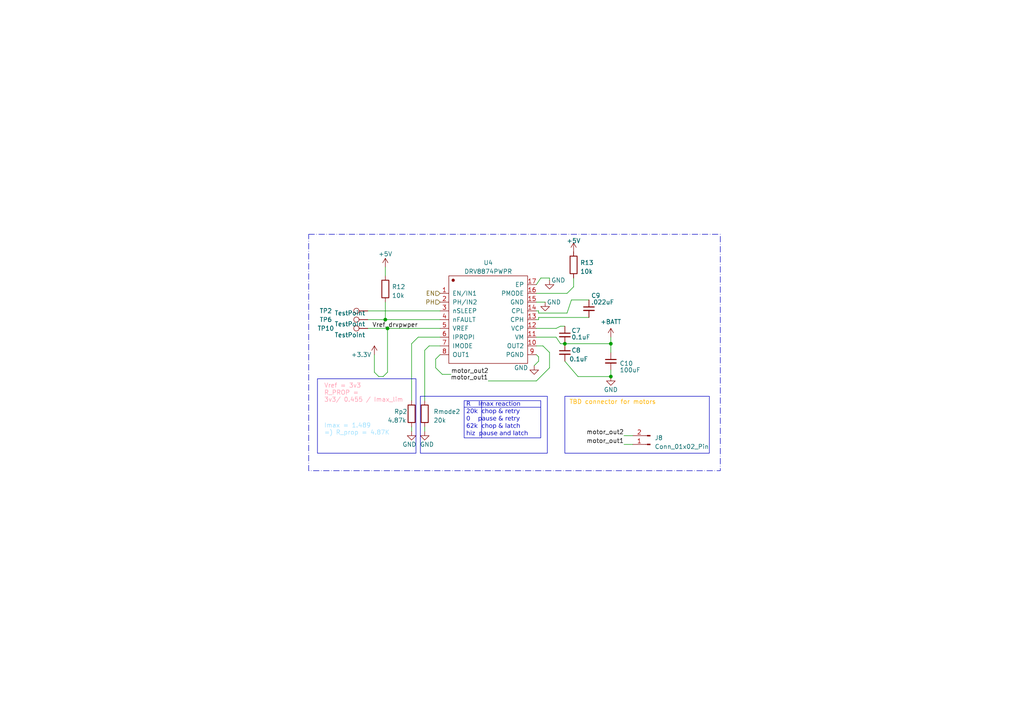
<source format=kicad_sch>
(kicad_sch (version 20231120) (generator "eeschema") (generator_version "8.0")
  (paper "A4")
  (lib_symbols
    (symbol "Connector:Conn_01x02_Pin" (pin_names (offset 1.016) hide)
      (property "Reference" "J" (at 0 2.54 0))
      (property "Value" "Conn_01x02_Pin" (at 0 -5.08 0))
      (symbol "Conn_01x02_Pin_1_1"
        (polyline (pts (xy 1.27 -2.54) (xy 0.8636 -2.54)) (stroke (width 0.1524)))
        (polyline (pts (xy 1.27 0) (xy 0.8636 0)) (stroke (width 0.1524)))
        (rectangle (start 0.8636 -2.413) (end 0 -2.667) (stroke (width 0.1524)) (fill (type outline)))
        (rectangle (start 0.8636 0.127) (end 0 -0.127) (stroke (width 0.1524)) (fill (type outline)))
        (pin passive line (at 5.08 0 180) (length 3.81) (name "Pin_1") (number "1"))
        (pin passive line (at 5.08 -2.54 180) (length 3.81) (name "Pin_2") (number "2"))
      )
    )
    (symbol "Connector:TestPoint" (pin_numbers hide) (pin_names (offset 0.762) hide)
      (property "Reference" "TP" (at 0 6.858 0))
      (property "Value" "TestPoint" (at 0 5.08 0))
      (symbol "TestPoint_0_1"
        (circle (center 0 3.302) (radius 0.762))
      )
      (symbol "TestPoint_1_1"
        (pin passive line (at 0 0 90) (length 2.54) (name "1") (number "1"))
      )
    )
    (symbol "Device:C_Small" (pin_numbers hide) (pin_names (offset 0.254) hide)
      (property "Reference" "C" (at 0.254 1.778 0))
      (property "Value" "C_Small" (at 0.254 -2.032 0))
      (symbol "C_Small_0_1"
        (polyline (pts (xy -1.524 -0.508) (xy 1.524 -0.508)) (stroke (width 0.3302)))
        (polyline (pts (xy -1.524 0.508) (xy 1.524 0.508)) (stroke (width 0.3048)))
      )
      (symbol "C_Small_1_1"
        (pin passive line (at 0 2.54 270) (length 2.032) (name "~") (number "1"))
        (pin passive line (at 0 -2.54 90) (length 2.032) (name "~") (number "2"))
      )
    )
    (symbol "Device:R" (pin_numbers hide) (pin_names (offset 0))
      (property "Reference" "R" (at 2.032 0 90))
      (property "Value" "R" (at 0 0 90))
      (symbol "R_0_1"
        (rectangle (start -1.016 -2.54) (end 1.016 2.54) (stroke (width 0.254)))
      )
      (symbol "R_1_1"
        (pin passive line (at 0 3.81 270) (length 1.27) (name "~") (number "1"))
        (pin passive line (at 0 -3.81 90) (length 1.27) (name "~") (number "2"))
      )
    )
    (symbol "LCSC_imports:DRV8874PWPR" (pin_names (offset 1.016))
      (property "Reference" "U" (at 0 15.367 0))
      (property "Value" "DRV8874PWPR" (at 0 20.447 0))
      (symbol "DRV8874PWPR_1_1"
        (rectangle (start -11.43 12.7) (end 11.43 -12.7) (stroke (width 0.1524)))
        (circle (center -10.16 11.43) (radius 0.381) (stroke (width 0.1524)) (fill (type outline)))
        (pin input line (at -13.97 7.62 0) (length 2.54) (name "EN/IN1") (number "1"))
        (pin input line (at 13.97 -7.62 180) (length 2.54) (name "OUT2") (number "10"))
        (pin input line (at 13.97 -5.08 180) (length 2.54) (name "VM") (number "11"))
        (pin input line (at 13.97 -2.54 180) (length 2.54) (name "VCP") (number "12"))
        (pin input line (at 13.97 0 180) (length 2.54) (name "CPH") (number "13"))
        (pin input line (at 13.97 2.54 180) (length 2.54) (name "CPL") (number "14"))
        (pin input line (at 13.97 5.08 180) (length 2.54) (name "GND") (number "15"))
        (pin input line (at 13.97 7.62 180) (length 2.54) (name "PMODE") (number "16"))
        (pin input line (at 13.97 10.16 180) (length 2.54) (name "EP") (number "17"))
        (pin input line (at -13.97 5.08 0) (length 2.54) (name "PH/IN2") (number "2"))
        (pin input line (at -13.97 2.54 0) (length 2.54) (name "nSLEEP") (number "3"))
        (pin input line (at -13.97 0 0) (length 2.54) (name "nFAULT") (number "4"))
        (pin input line (at -13.97 -2.54 0) (length 2.54) (name "VREF") (number "5"))
        (pin input line (at -13.97 -5.08 0) (length 2.54) (name "IPROPI") (number "6"))
        (pin input line (at -13.97 -7.62 0) (length 2.54) (name "IMODE") (number "7"))
        (pin input line (at -13.97 -10.16 0) (length 2.54) (name "OUT1") (number "8"))
        (pin input line (at 13.97 -10.16 180) (length 2.54) (name "PGND") (number "9"))
      )
    )
    (symbol "power:+3.3V" (power) (pin_names (offset 0))
      (property "Value" "+3.3V" (at 0 3.556 0))
      (symbol "+3.3V_0_1"
        (polyline (pts (xy -0.762 1.27) (xy 0 2.54)))
        (polyline (pts (xy 0 0) (xy 0 2.54)))
        (polyline (pts (xy 0 2.54) (xy 0.762 1.27)))
      )
      (symbol "+3.3V_1_1"
        (pin power_in line (at 0 0 90) (length 0) hide (name "+3.3V") (number "1"))
      )
    )
    (symbol "power:+5V" (power) (pin_names (offset 0))
      (property "Value" "+5V" (at 0 3.556 0))
      (symbol "+5V_0_1"
        (polyline (pts (xy -0.762 1.27) (xy 0 2.54)))
        (polyline (pts (xy 0 0) (xy 0 2.54)))
        (polyline (pts (xy 0 2.54) (xy 0.762 1.27)))
      )
      (symbol "+5V_1_1"
        (pin power_in line (at 0 0 90) (length 0) hide (name "+5V") (number "1"))
      )
    )
    (symbol "power:+BATT" (power) (pin_names (offset 0))
      (property "Value" "+BATT" (at 0 3.556 0))
      (symbol "+BATT_0_1"
        (polyline (pts (xy -0.762 1.27) (xy 0 2.54)))
        (polyline (pts (xy 0 0) (xy 0 2.54)))
        (polyline (pts (xy 0 2.54) (xy 0.762 1.27)))
      )
      (symbol "+BATT_1_1"
        (pin power_in line (at 0 0 90) (length 0) hide (name "+BATT") (number "1"))
      )
    )
    (symbol "power:GND" (power) (pin_names (offset 0))
      (property "Value" "GND" (at 0 -3.81 0))
      (symbol "GND_0_1"
        (polyline (pts (xy 0 0) (xy 0 -1.27) (xy 1.27 -1.27) (xy 0 -2.54) (xy -1.27 -1.27) (xy 0 -1.27)))
      )
      (symbol "GND_1_1"
        (pin power_in line (at 0 0 270) (length 0) hide (name "GND") (number "1"))
      )
    )
  )
  (junction (at 163.83 99.695))
  (junction (at 112.395 95.25))
  (junction (at 111.76 92.71))
  (junction (at 177.165 109.22))
  (junction (at 177.165 99.695))
  (polyline (pts (xy 139.7 116.205) (xy 139.7 127)))
  (wire (pts (xy 156.21 92.075) (xy 156.21 92.71)))
  (wire (pts (xy 159.385 106.68) (xy 159.385 102.235)))
  (wire (pts (xy 177.165 102.235) (xy 177.165 99.695)))
  (wire (pts (xy 119.38 99.695) (xy 119.38 116.205)))
  (wire (pts (xy 155.575 102.87) (xy 156.21 103.505)))
  (wire (pts (xy 111.125 109.22) (xy 112.395 107.95)))
  (wire (pts (xy 119.38 99.695) (xy 121.285 97.79)))
  (wire (pts (xy 156.21 92.71) (xy 155.575 92.71)))
  (wire (pts (xy 167.64 109.22) (xy 177.165 109.22)))
  (wire (pts (xy 162.56 94.615) (xy 163.83 94.615)))
  (wire (pts (xy 180.975 126.365) (xy 183.515 126.365)))
  (wire (pts (xy 124.46 100.33) (xy 123.19 101.6)))
  (wire (pts (xy 156.21 90.805) (xy 156.21 90.17)))
  (wire (pts (xy 156.21 103.505) (xy 156.21 104.775)))
  (wire (pts (xy 108.585 107.95) (xy 109.855 109.22)))
  (wire (pts (xy 155.575 87.63) (xy 158.115 87.63)))
  (wire (pts (xy 106.68 95.25) (xy 112.395 95.25)))
  (wire (pts (xy 121.285 97.79) (xy 127.635 97.79)))
  (wire (pts (xy 165.735 86.995) (xy 170.815 86.995)))
  (wire (pts (xy 108.585 102.87) (xy 108.585 107.95)))
  (wire (pts (xy 112.395 95.25) (xy 112.395 107.95)))
  (wire (pts (xy 155.575 85.09) (xy 164.465 85.09)))
  (wire (pts (xy 161.29 97.79) (xy 162.56 99.695)))
  (wire (pts (xy 166.37 83.185) (xy 164.465 85.09)))
  (wire (pts (xy 156.21 90.17) (xy 155.575 90.17)))
  (wire (pts (xy 106.68 92.71) (xy 111.76 92.71)))
  (wire (pts (xy 156.845 80.645) (xy 159.385 80.645)))
  (wire (pts (xy 154.94 106.045) (xy 156.21 104.775)))
  (wire (pts (xy 155.575 95.25) (xy 161.29 95.25)))
  (wire (pts (xy 167.64 109.22) (xy 163.83 104.775)))
  (wire (pts (xy 161.29 95.25) (xy 162.56 94.615)))
  (wire (pts (xy 112.395 95.25) (xy 127.635 95.25)))
  (wire (pts (xy 159.385 80.645) (xy 159.385 81.28)))
  (wire (pts (xy 126.365 106.68) (xy 128.27 108.585)))
  (wire (pts (xy 156.21 90.805) (xy 164.465 90.805)))
  (wire (pts (xy 177.165 107.315) (xy 177.165 109.22)))
  (wire (pts (xy 111.76 87.63) (xy 111.76 92.71)))
  (wire (pts (xy 155.575 97.79) (xy 161.29 97.79)))
  (wire (pts (xy 177.165 97.79) (xy 177.165 99.695)))
  (wire (pts (xy 123.19 101.6) (xy 123.19 116.205)))
  (wire (pts (xy 141.605 110.49) (xy 155.575 110.49)))
  (wire (pts (xy 166.37 80.645) (xy 166.37 83.185)))
  (wire (pts (xy 128.27 108.585) (xy 130.81 108.585)))
  (wire (pts (xy 163.83 99.695) (xy 177.165 99.695)))
  (wire (pts (xy 164.465 90.805) (xy 165.735 86.995)))
  (polyline (pts (xy 134.62 118.11) (xy 156.845 118.11)))
  (wire (pts (xy 155.575 82.55) (xy 156.845 80.645)))
  (wire (pts (xy 124.46 100.33) (xy 127.635 100.33)))
  (wire (pts (xy 162.56 99.695) (xy 163.83 99.695)))
  (wire (pts (xy 106.68 90.17) (xy 127.635 90.17)))
  (wire (pts (xy 156.21 92.075) (xy 170.815 92.075)))
  (wire (pts (xy 123.19 123.825) (xy 123.19 125.095)))
  (wire (pts (xy 126.365 104.14) (xy 126.365 106.68)))
  (wire (pts (xy 180.975 128.905) (xy 183.515 128.905)))
  (wire (pts (xy 155.575 110.49) (xy 159.385 106.68)))
  (wire (pts (xy 127.635 102.87) (xy 126.365 104.14)))
  (wire (pts (xy 109.855 109.22) (xy 111.125 109.22)))
  (wire (pts (xy 155.575 100.33) (xy 157.48 100.33)))
  (wire (pts (xy 119.38 123.825) (xy 119.38 125.095)))
  (wire (pts (xy 111.76 92.71) (xy 127.635 92.71)))
  (wire (pts (xy 111.76 77.47) (xy 111.76 80.01)))
  (wire (pts (xy 159.385 102.235) (xy 157.48 100.33)))
  (rectangle (start 89.535 67.945) (end 208.915 136.525) (stroke (width 0) (type dash_dot)))
  (rectangle (start 121.92 114.935) (end 158.75 131.445))
  (rectangle (start 92.075 109.855) (end 120.65 131.445))
  (rectangle (start 134.62 116.205) (end 156.845 127))
  (rectangle (start 163.83 114.935) (end 205.74 131.445))
  (text "Vref = 3v3\nR_PROP = \n3v3/ 0.455 / Imax_lim" (at 93.98 116.84 0) (effects (font (size 1.27 1.27)) (justify left bottom)))
  (text "TBD connector for motors" (at 165.1 117.475 0) (effects (font (size 1.27 1.27)) (justify left bottom)))
  (text "Imax = 1.489\n=) R_prop = 4.87K" (at 93.98 126.365 0) (effects (font (size 1.27 1.27)) (justify left bottom)))
  (text "R    Imax reaction \n20k  chop & retry\n0    pause & retry\n62k  chop & latch\nhiz  pause and latch" (at 135.255 127 0) (effects (font (size 1.27 1.27)) (justify left bottom)))
  (label "motor_out2" (at 130.81 108.585 0))
  (label "motor_out2" (at 180.975 126.365 180))
  (label "Vref_drvpwper" (at 107.95 95.25 0))
  (label "motor_out1" (at 180.975 128.905 180))
  (label "motor_out1" (at 141.605 110.49 180))
  (hierarchical_label "PH" (shape input) (at 127.635 87.63 180))
  (hierarchical_label "EN" (shape input) (at 127.635 85.09 180))
  (symbol (lib_id "LCSC_imports:DRV8874PWPR") (at 141.605 92.71 0) (unit 1)
    (property "Reference" "U4" (at 141.605 76.2 0))
    (property "Value" "DRV8874PWPR" (at 141.605 78.74 0))
    (property "Footprint" "LCSC_parts:HTSSOP-16_L5.0-W4.4-P0.65-LS6.4-BL-EP" (effects (hide yes)))
    (property "Datasheet" "https://www.lcsc.com/product-detail/Motor-Driver-ICs_Texas-Instruments-DRV8874PWPR_C1855818.html" (effects (hide yes)))
    (property "SuppliersPartNumber" "C1855818" (effects (hide yes)))
    (property "uuid" "std:7384bdd1e05a4b1a8e1bd8e8948bd536" (effects (hide yes)))
    (property "LCSC_Part_Number" "C1855818" (effects (hide yes)))
    (instances (project "motorgo_plink" (path "" (reference "U4") (unit 1)) (path "" (reference "U3") (unit 1)) (path "" (reference "U5") (unit 1)) (path "" (reference "U9") (unit 1))))
  )
  (symbol (lib_id "Device:R") (at 166.37 76.835 0) (unit 1)
    (property "Reference" "R13" (at 168.275 76.2 0) (effects (justify left)))
    (property "Value" "10k" (at 168.275 78.74 0) (effects (justify left)))
    (property "Footprint" "Resistor_SMD:R_0402_1005Metric" (effects (hide yes)))
    (property "Datasheet" "https://www.lcsc.com/product-detail/Chip-Resistor-Surface-Mount_FOJAN-FRC0402J103-TS_C2906885.html" (effects (hide yes)))
    (property "LCSC_Part_Number" "C2906885" (effects (hide yes)))
    (instances (project "motorgo_plink" (path "" (reference "R13") (unit 1)) (path "" (reference "R11") (unit 1)) (path "" (reference "R15") (unit 1)) (path "" (reference "R37") (unit 1))))
  )
  (symbol (lib_id "Device:R") (at 119.38 120.015 0) (unit 1)
    (property "Reference" "Rp2" (at 114.3 119.38 0) (effects (justify left)))
    (property "Value" "4.87k" (at 112.395 121.92 0) (effects (justify left)))
    (property "Footprint" "Resistor_SMD:R_0402_1005Metric" (effects (hide yes)))
    (property "Datasheet" "https://www.lcsc.com/product-detail/Chip-Resistor-Surface-Mount_VO-SCR0402F4K87_C3015971.html" (effects (hide yes)))
    (property "LCSC_Part_Number" "C3015971" (effects (hide yes)))
    (instances (project "motorgo_plink" (path "" (reference "Rp2") (unit 1)) (path "" (reference "Rp1") (unit 1)) (path "" (reference "Rp3") (unit 1)) (path "" (reference "Rp4") (unit 1))))
  )
  (symbol (lib_id "Connector:TestPoint") (at 106.68 95.25 90) (unit 1)
    (property "Reference" "TP10" (at 94.488 95.25 90))
    (property "Value" "TestPoint" (at 101.473 97.155 90))
    (property "Footprint" "TestPoint:TestPoint_Pad_1.0x1.0mm" (effects (hide yes)))
    (instances (project "motorgo_plink" (path "" (reference "TP10") (unit 1)) (path "" (reference "TP9") (unit 1)) (path "" (reference "TP11") (unit 1)) (path "" (reference "TP12") (unit 1))))
  )
  (symbol (lib_id "power:+5V") (at 166.37 73.025 0) (unit 1)
    (property "Reference" "#PWR045" (effects (hide yes)))
    (property "Value" "+5V" (at 166.37 69.85 0))
    (instances (project "motorgo_plink" (path "" (reference "#PWR045") (unit 1)) (path "" (reference "#PWR035") (unit 1)) (path "" (reference "#PWR055") (unit 1)) (path "" (reference "#PWR0103") (unit 1))))
  )
  (symbol (lib_id "Device:C_Small") (at 163.83 102.235 0) (unit 1)
    (property "Reference" "C8" (at 165.735 101.6063 0) (effects (justify left)))
    (property "Value" "0.1uF" (at 165.1 104.1463 0) (effects (justify left)))
    (property "Footprint" "Capacitor_SMD:C_0402_1005Metric" (effects (hide yes)))
    (property "Datasheet" "https://www.lcsc.com/product-detail/Multilayer-Ceramic-Capacitors-MLCC-SMD-SMT_HRE-CSA0402X7R104K500GT_C3012377.html" (effects (hide yes)))
    (property "LCSC_Part_Number" "C3012377" (effects (hide yes)))
    (instances (project "motorgo_plink" (path "" (reference "C8") (unit 1)) (path "" (reference "C4") (unit 1)) (path "" (reference "C12") (unit 1)) (path "" (reference "C27") (unit 1))))
  )
  (symbol (lib_id "power:GND") (at 159.385 81.28 0) (unit 1)
    (property "Reference" "#PWR044" (effects (hide yes)))
    (property "Value" "GND" (at 161.925 81.28 0))
    (instances (project "motorgo_plink" (path "" (reference "#PWR044") (unit 1)) (path "" (reference "#PWR034") (unit 1)) (path "" (reference "#PWR054") (unit 1)) (path "" (reference "#PWR0102") (unit 1))))
  )
  (symbol (lib_id "power:GND") (at 119.38 125.095 0) (unit 1)
    (property "Reference" "#PWR040" (effects (hide yes)))
    (property "Value" "GND" (at 118.745 128.905 0))
    (instances (project "motorgo_plink" (path "" (reference "#PWR040") (unit 1)) (path "" (reference "#PWR030") (unit 1)) (path "" (reference "#PWR050") (unit 1)) (path "" (reference "#PWR098") (unit 1))))
  )
  (symbol (lib_id "Connector:TestPoint") (at 106.68 92.71 90) (unit 1)
    (property "Reference" "TP6" (at 94.488 92.71 90))
    (property "Value" "TestPoint" (at 101.473 93.98 90))
    (property "Footprint" "TestPoint:TestPoint_Pad_1.0x1.0mm" (effects (hide yes)))
    (instances (project "motorgo_plink" (path "" (reference "TP6") (unit 1)) (path "" (reference "TP5") (unit 1)) (path "" (reference "TP7") (unit 1)) (path "" (reference "TP8") (unit 1))))
  )
  (symbol (lib_id "Connector:TestPoint") (at 106.68 90.17 90) (unit 1)
    (property "Reference" "TP2" (at 94.488 90.17 90))
    (property "Value" "TestPoint" (at 101.473 90.805 90))
    (property "Footprint" "TestPoint:TestPoint_Pad_1.0x1.0mm" (effects (hide yes)))
    (instances (project "motorgo_plink" (path "" (reference "TP2") (unit 1)) (path "" (reference "TP1") (unit 1)) (path "" (reference "TP3") (unit 1)) (path "" (reference "TP4") (unit 1))))
  )
  (symbol (lib_id "Device:C_Small") (at 177.165 104.775 0) (unit 1)
    (property "Reference" "C10" (at 179.705 105.4163 0) (effects (justify left)))
    (property "Value" "100uF" (at 179.705 107.3213 0) (effects (justify left)))
    (property "Footprint" "Capacitor_SMD:C_1210_3225Metric" (effects (hide yes)))
    (property "Datasheet" "https://www.lcsc.com/product-detail/Multilayer-Ceramic-Capacitors-MLCC-SMD-SMT_HRE-CGA1210X5R107M160RT_C6120014.html" (effects (hide yes)))
    (property "LCSC_Part_Number" "C6120014" (effects (hide yes)))
    (instances (project "motorgo_plink" (path "" (reference "C10") (unit 1)) (path "" (reference "C6") (unit 1)) (path "" (reference "C14") (unit 1)) (path "" (reference "C29") (unit 1))))
  )
  (symbol (lib_id "power:GND") (at 177.165 109.22 0) (unit 1)
    (property "Reference" "#PWR047" (effects (hide yes)))
    (property "Value" "GND" (at 177.165 113.03 0))
    (instances (project "motorgo_plink" (path "" (reference "#PWR047") (unit 1)) (path "" (reference "#PWR037") (unit 1)) (path "" (reference "#PWR057") (unit 1)) (path "" (reference "#PWR0105") (unit 1))))
  )
  (symbol (lib_id "Device:C_Small") (at 163.83 97.155 0) (unit 1)
    (property "Reference" "C7" (at 165.735 95.8913 0) (effects (justify left)))
    (property "Value" "0.1uF" (at 165.735 97.7963 0) (effects (justify left)))
    (property "Footprint" "Capacitor_SMD:C_0402_1005Metric" (effects (hide yes)))
    (property "Datasheet" "https://www.lcsc.com/product-detail/Multilayer-Ceramic-Capacitors-MLCC-SMD-SMT_HRE-CSA0402X7R104K500GT_C3012377.html" (effects (hide yes)))
    (property "LCSC_Part_Number" "C3012377" (effects (hide yes)))
    (instances (project "motorgo_plink" (path "" (reference "C7") (unit 1)) (path "" (reference "C3") (unit 1)) (path "" (reference "C11") (unit 1)) (path "" (reference "C26") (unit 1))))
  )
  (symbol (lib_id "Device:R") (at 111.76 83.82 0) (unit 1)
    (property "Reference" "R12" (at 113.665 83.185 0) (effects (justify left)))
    (property "Value" "10k" (at 113.665 85.725 0) (effects (justify left)))
    (property "Footprint" "Resistor_SMD:R_0402_1005Metric" (effects (hide yes)))
    (property "Datasheet" "https://www.lcsc.com/product-detail/Chip-Resistor-Surface-Mount_FOJAN-FRC0402J103-TS_C2906885.html" (effects (hide yes)))
    (property "LCSC_Part_Number" "C2906885" (effects (hide yes)))
    (instances (project "motorgo_plink" (path "" (reference "R12") (unit 1)) (path "" (reference "R10") (unit 1)) (path "" (reference "R14") (unit 1)) (path "" (reference "R36") (unit 1))))
  )
  (symbol (lib_id "power:GND") (at 158.115 87.63 0) (unit 1)
    (property "Reference" "#PWR043" (effects (hide yes)))
    (property "Value" "GND" (at 160.655 87.63 0))
    (instances (project "motorgo_plink" (path "" (reference "#PWR043") (unit 1)) (path "" (reference "#PWR033") (unit 1)) (path "" (reference "#PWR053") (unit 1)) (path "" (reference "#PWR0101") (unit 1))))
  )
  (symbol (lib_id "power:GND") (at 154.94 106.045 0) (unit 1)
    (property "Reference" "#PWR042" (effects (hide yes)))
    (property "Value" "GND" (at 151.13 106.68 0))
    (instances (project "motorgo_plink" (path "" (reference "#PWR042") (unit 1)) (path "" (reference "#PWR032") (unit 1)) (path "" (reference "#PWR052") (unit 1)) (path "" (reference "#PWR0100") (unit 1))))
  )
  (symbol (lib_id "power:+BATT") (at 177.165 97.79 0) (unit 1)
    (property "Reference" "#PWR046" (effects (hide yes)))
    (property "Value" "+BATT" (at 177.165 93.345 0))
    (instances (project "motorgo_plink" (path "" (reference "#PWR046") (unit 1)) (path "" (reference "#PWR036") (unit 1)) (path "" (reference "#PWR056") (unit 1)) (path "" (reference "#PWR0104") (unit 1))))
  )
  (symbol (lib_id "Device:C_Small") (at 170.815 89.535 0) (unit 1)
    (property "Reference" "C9" (at 171.45 85.7313 0) (effects (justify left)))
    (property "Value" ".022uF" (at 171.45 87.6363 0) (effects (justify left)))
    (property "Footprint" "Capacitor_SMD:C_0402_1005Metric" (effects (hide yes)))
    (property "Datasheet" "https://www.lcsc.com/product-detail/Multilayer-Ceramic-Capacitors-MLCC-SMD-SMT_CCTC-TCC0402X7R223K500AT_C380305.html" (effects (hide yes)))
    (property "LCSC_Part_Number" "C380305" (effects (hide yes)))
    (instances (project "motorgo_plink" (path "" (reference "C9") (unit 1)) (path "" (reference "C5") (unit 1)) (path "" (reference "C13") (unit 1)) (path "" (reference "C28") (unit 1))))
  )
  (symbol (lib_id "power:+5V") (at 111.76 77.47 0) (unit 1)
    (property "Reference" "#PWR039" (effects (hide yes)))
    (property "Value" "+5V" (at 111.76 73.66 0))
    (instances (project "motorgo_plink" (path "" (reference "#PWR039") (unit 1)) (path "" (reference "#PWR029") (unit 1)) (path "" (reference "#PWR049") (unit 1)) (path "" (reference "#PWR097") (unit 1))))
  )
  (symbol (lib_id "Connector:Conn_01x02_Pin") (at 188.595 128.905 180) (unit 1)
    (property "Reference" "J8" (at 189.865 127 0) (effects (justify right)))
    (property "Value" "Conn_01x02_Pin" (at 189.865 129.54 0) (effects (justify right)))
    (property "Footprint" "Connector_PinHeader_2.54mm:PinHeader_1x02_P2.54mm_Vertical" (effects (hide yes)))
    (property "Datasheet" "https://www.lcsc.com/product-detail/Pin-Headers_CONNFLY-Elec-DS1021-1x2SF11-B_C7430358.html" (effects (hide yes)))
    (property "LCSC_Part_Number" "C7430358" (effects (hide yes)))
    (instances (project "motorgo_plink" (path "" (reference "J8") (unit 1)) (path "" (reference "J6") (unit 1)) (path "" (reference "J10") (unit 1)) (path "" (reference "J22") (unit 1))))
  )
  (symbol (lib_id "Device:R") (at 123.19 120.015 0) (unit 1)
    (property "Reference" "Rmode2" (at 125.73 119.38 0) (effects (justify left)))
    (property "Value" "20k" (at 125.73 121.92 0) (effects (justify left)))
    (property "Footprint" "Resistor_SMD:R_0402_1005Metric" (effects (hide yes)))
    (property "Datasheet" "https://www.lcsc.com/product-detail/Chip-Resistor-Surface-Mount_VO-SCR0402J20K_C3017501.html" (effects (hide yes)))
    (property "LCSC_Part_Number" "C3017501" (effects (hide yes)))
    (instances (project "motorgo_plink" (path "" (reference "Rmode2") (unit 1)) (path "" (reference "Rmode1") (unit 1)) (path "" (reference "Rmode3") (unit 1)) (path "" (reference "Rmode4") (unit 1))))
  )
  (symbol (lib_id "power:+3.3V") (at 108.585 102.87 0) (unit 1)
    (property "Reference" "#PWR0119" (effects (hide yes)))
    (property "Value" "+3.3V" (at 104.775 102.87 0))
    (instances (project "motorgo_plink" (path "" (reference "#PWR0119") (unit 1)) (path "" (reference "#PWR064") (unit 1)) (path "" (reference "#PWR0120") (unit 1)) (path "" (reference "#PWR0121") (unit 1))))
  )
  (symbol (lib_id "power:GND") (at 123.19 125.095 0) (unit 1)
    (property "Reference" "#PWR041" (effects (hide yes)))
    (property "Value" "GND" (at 123.825 128.905 0))
    (instances (project "motorgo_plink" (path "" (reference "#PWR041") (unit 1)) (path "" (reference "#PWR031") (unit 1)) (path "" (reference "#PWR051") (unit 1)) (path "" (reference "#PWR099") (unit 1))))
  )
)
</source>
